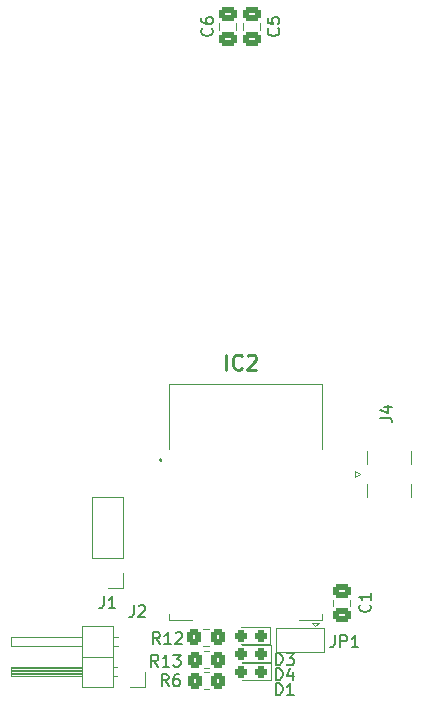
<source format=gto>
G04 #@! TF.GenerationSoftware,KiCad,Pcbnew,6.0.10*
G04 #@! TF.CreationDate,2023-06-20T13:54:13-05:00*
G04 #@! TF.ProjectId,sensor_sigfox_1,73656e73-6f72-45f7-9369-67666f785f31,rev?*
G04 #@! TF.SameCoordinates,Original*
G04 #@! TF.FileFunction,Legend,Top*
G04 #@! TF.FilePolarity,Positive*
%FSLAX46Y46*%
G04 Gerber Fmt 4.6, Leading zero omitted, Abs format (unit mm)*
G04 Created by KiCad (PCBNEW 6.0.10) date 2023-06-20 13:54:13*
%MOMM*%
%LPD*%
G01*
G04 APERTURE LIST*
G04 Aperture macros list*
%AMRoundRect*
0 Rectangle with rounded corners*
0 $1 Rounding radius*
0 $2 $3 $4 $5 $6 $7 $8 $9 X,Y pos of 4 corners*
0 Add a 4 corners polygon primitive as box body*
4,1,4,$2,$3,$4,$5,$6,$7,$8,$9,$2,$3,0*
0 Add four circle primitives for the rounded corners*
1,1,$1+$1,$2,$3*
1,1,$1+$1,$4,$5*
1,1,$1+$1,$6,$7*
1,1,$1+$1,$8,$9*
0 Add four rect primitives between the rounded corners*
20,1,$1+$1,$2,$3,$4,$5,0*
20,1,$1+$1,$4,$5,$6,$7,0*
20,1,$1+$1,$6,$7,$8,$9,0*
20,1,$1+$1,$8,$9,$2,$3,0*%
G04 Aperture macros list end*
%ADD10C,0.150000*%
%ADD11C,0.254000*%
%ADD12C,0.120000*%
%ADD13C,0.100000*%
%ADD14C,0.200000*%
%ADD15RoundRect,0.250000X-0.350000X-0.450000X0.350000X-0.450000X0.350000X0.450000X-0.350000X0.450000X0*%
%ADD16R,1.700000X1.700000*%
%ADD17O,1.700000X1.700000*%
%ADD18R,1.000000X1.500000*%
%ADD19RoundRect,0.250000X0.475000X-0.337500X0.475000X0.337500X-0.475000X0.337500X-0.475000X-0.337500X0*%
%ADD20R,1.000000X0.700000*%
%ADD21R,0.700000X1.000000*%
%ADD22RoundRect,0.237500X0.287500X0.237500X-0.287500X0.237500X-0.287500X-0.237500X0.287500X-0.237500X0*%
%ADD23R,3.600000X1.270000*%
%ADD24R,4.200000X1.350000*%
G04 APERTURE END LIST*
D10*
X119848142Y-93289380D02*
X119514809Y-92813190D01*
X119276714Y-93289380D02*
X119276714Y-92289380D01*
X119657666Y-92289380D01*
X119752904Y-92337000D01*
X119800523Y-92384619D01*
X119848142Y-92479857D01*
X119848142Y-92622714D01*
X119800523Y-92717952D01*
X119752904Y-92765571D01*
X119657666Y-92813190D01*
X119276714Y-92813190D01*
X120800523Y-93289380D02*
X120229095Y-93289380D01*
X120514809Y-93289380D02*
X120514809Y-92289380D01*
X120419571Y-92432238D01*
X120324333Y-92527476D01*
X120229095Y-92575095D01*
X121133857Y-92289380D02*
X121752904Y-92289380D01*
X121419571Y-92670333D01*
X121562428Y-92670333D01*
X121657666Y-92717952D01*
X121705285Y-92765571D01*
X121752904Y-92860809D01*
X121752904Y-93098904D01*
X121705285Y-93194142D01*
X121657666Y-93241761D01*
X121562428Y-93289380D01*
X121276714Y-93289380D01*
X121181476Y-93241761D01*
X121133857Y-93194142D01*
X115236666Y-87336380D02*
X115236666Y-88050666D01*
X115189047Y-88193523D01*
X115093809Y-88288761D01*
X114950952Y-88336380D01*
X114855714Y-88336380D01*
X116236666Y-88336380D02*
X115665238Y-88336380D01*
X115950952Y-88336380D02*
X115950952Y-87336380D01*
X115855714Y-87479238D01*
X115760476Y-87574476D01*
X115665238Y-87622095D01*
X117776666Y-88098380D02*
X117776666Y-88812666D01*
X117729047Y-88955523D01*
X117633809Y-89050761D01*
X117490952Y-89098380D01*
X117395714Y-89098380D01*
X118205238Y-88193619D02*
X118252857Y-88146000D01*
X118348095Y-88098380D01*
X118586190Y-88098380D01*
X118681428Y-88146000D01*
X118729047Y-88193619D01*
X118776666Y-88288857D01*
X118776666Y-88384095D01*
X118729047Y-88526952D01*
X118157619Y-89098380D01*
X118776666Y-89098380D01*
X134802666Y-90638380D02*
X134802666Y-91352666D01*
X134755047Y-91495523D01*
X134659809Y-91590761D01*
X134516952Y-91638380D01*
X134421714Y-91638380D01*
X135278857Y-91638380D02*
X135278857Y-90638380D01*
X135659809Y-90638380D01*
X135755047Y-90686000D01*
X135802666Y-90733619D01*
X135850285Y-90828857D01*
X135850285Y-90971714D01*
X135802666Y-91066952D01*
X135755047Y-91114571D01*
X135659809Y-91162190D01*
X135278857Y-91162190D01*
X136802666Y-91638380D02*
X136231238Y-91638380D01*
X136516952Y-91638380D02*
X136516952Y-90638380D01*
X136421714Y-90781238D01*
X136326476Y-90876476D01*
X136231238Y-90924095D01*
X124407142Y-39261166D02*
X124454761Y-39308785D01*
X124502380Y-39451642D01*
X124502380Y-39546880D01*
X124454761Y-39689738D01*
X124359523Y-39784976D01*
X124264285Y-39832595D01*
X124073809Y-39880214D01*
X123930952Y-39880214D01*
X123740476Y-39832595D01*
X123645238Y-39784976D01*
X123550000Y-39689738D01*
X123502380Y-39546880D01*
X123502380Y-39451642D01*
X123550000Y-39308785D01*
X123597619Y-39261166D01*
X123502380Y-38404023D02*
X123502380Y-38594500D01*
X123550000Y-38689738D01*
X123597619Y-38737357D01*
X123740476Y-38832595D01*
X123930952Y-38880214D01*
X124311904Y-38880214D01*
X124407142Y-38832595D01*
X124454761Y-38784976D01*
X124502380Y-38689738D01*
X124502380Y-38499261D01*
X124454761Y-38404023D01*
X124407142Y-38356404D01*
X124311904Y-38308785D01*
X124073809Y-38308785D01*
X123978571Y-38356404D01*
X123930952Y-38404023D01*
X123883333Y-38499261D01*
X123883333Y-38689738D01*
X123930952Y-38784976D01*
X123978571Y-38832595D01*
X124073809Y-38880214D01*
X130024142Y-39261166D02*
X130071761Y-39308785D01*
X130119380Y-39451642D01*
X130119380Y-39546880D01*
X130071761Y-39689738D01*
X129976523Y-39784976D01*
X129881285Y-39832595D01*
X129690809Y-39880214D01*
X129547952Y-39880214D01*
X129357476Y-39832595D01*
X129262238Y-39784976D01*
X129167000Y-39689738D01*
X129119380Y-39546880D01*
X129119380Y-39451642D01*
X129167000Y-39308785D01*
X129214619Y-39261166D01*
X129119380Y-38356404D02*
X129119380Y-38832595D01*
X129595571Y-38880214D01*
X129547952Y-38832595D01*
X129500333Y-38737357D01*
X129500333Y-38499261D01*
X129547952Y-38404023D01*
X129595571Y-38356404D01*
X129690809Y-38308785D01*
X129928904Y-38308785D01*
X130024142Y-38356404D01*
X130071761Y-38404023D01*
X130119380Y-38499261D01*
X130119380Y-38737357D01*
X130071761Y-38832595D01*
X130024142Y-38880214D01*
D11*
X125614238Y-68138523D02*
X125614238Y-66868523D01*
X126944714Y-68017571D02*
X126884238Y-68078047D01*
X126702809Y-68138523D01*
X126581857Y-68138523D01*
X126400428Y-68078047D01*
X126279476Y-67957095D01*
X126219000Y-67836142D01*
X126158523Y-67594238D01*
X126158523Y-67412809D01*
X126219000Y-67170904D01*
X126279476Y-67049952D01*
X126400428Y-66929000D01*
X126581857Y-66868523D01*
X126702809Y-66868523D01*
X126884238Y-66929000D01*
X126944714Y-66989476D01*
X127428523Y-66989476D02*
X127489000Y-66929000D01*
X127609952Y-66868523D01*
X127912333Y-66868523D01*
X128033285Y-66929000D01*
X128093761Y-66989476D01*
X128154238Y-67110428D01*
X128154238Y-67231380D01*
X128093761Y-67412809D01*
X127368047Y-68138523D01*
X128154238Y-68138523D01*
D10*
X137771142Y-88050666D02*
X137818761Y-88098285D01*
X137866380Y-88241142D01*
X137866380Y-88336380D01*
X137818761Y-88479238D01*
X137723523Y-88574476D01*
X137628285Y-88622095D01*
X137437809Y-88669714D01*
X137294952Y-88669714D01*
X137104476Y-88622095D01*
X137009238Y-88574476D01*
X136914000Y-88479238D01*
X136866380Y-88336380D01*
X136866380Y-88241142D01*
X136914000Y-88098285D01*
X136961619Y-88050666D01*
X137866380Y-87098285D02*
X137866380Y-87669714D01*
X137866380Y-87384000D02*
X136866380Y-87384000D01*
X137009238Y-87479238D01*
X137104476Y-87574476D01*
X137152095Y-87669714D01*
X129817904Y-95702380D02*
X129817904Y-94702380D01*
X130056000Y-94702380D01*
X130198857Y-94750000D01*
X130294095Y-94845238D01*
X130341714Y-94940476D01*
X130389333Y-95130952D01*
X130389333Y-95273809D01*
X130341714Y-95464285D01*
X130294095Y-95559523D01*
X130198857Y-95654761D01*
X130056000Y-95702380D01*
X129817904Y-95702380D01*
X131341714Y-95702380D02*
X130770285Y-95702380D01*
X131056000Y-95702380D02*
X131056000Y-94702380D01*
X130960761Y-94845238D01*
X130865523Y-94940476D01*
X130770285Y-94988095D01*
X120007142Y-91384380D02*
X119673809Y-90908190D01*
X119435714Y-91384380D02*
X119435714Y-90384380D01*
X119816666Y-90384380D01*
X119911904Y-90432000D01*
X119959523Y-90479619D01*
X120007142Y-90574857D01*
X120007142Y-90717714D01*
X119959523Y-90812952D01*
X119911904Y-90860571D01*
X119816666Y-90908190D01*
X119435714Y-90908190D01*
X120959523Y-91384380D02*
X120388095Y-91384380D01*
X120673809Y-91384380D02*
X120673809Y-90384380D01*
X120578571Y-90527238D01*
X120483333Y-90622476D01*
X120388095Y-90670095D01*
X121340476Y-90479619D02*
X121388095Y-90432000D01*
X121483333Y-90384380D01*
X121721428Y-90384380D01*
X121816666Y-90432000D01*
X121864285Y-90479619D01*
X121911904Y-90574857D01*
X121911904Y-90670095D01*
X121864285Y-90812952D01*
X121292857Y-91384380D01*
X121911904Y-91384380D01*
X138644380Y-72215333D02*
X139358666Y-72215333D01*
X139501523Y-72262952D01*
X139596761Y-72358190D01*
X139644380Y-72501047D01*
X139644380Y-72596285D01*
X138977714Y-71310571D02*
X139644380Y-71310571D01*
X138596761Y-71548666D02*
X139311047Y-71786761D01*
X139311047Y-71167714D01*
X129817904Y-93162380D02*
X129817904Y-92162380D01*
X130056000Y-92162380D01*
X130198857Y-92210000D01*
X130294095Y-92305238D01*
X130341714Y-92400476D01*
X130389333Y-92590952D01*
X130389333Y-92733809D01*
X130341714Y-92924285D01*
X130294095Y-93019523D01*
X130198857Y-93114761D01*
X130056000Y-93162380D01*
X129817904Y-93162380D01*
X130722666Y-92162380D02*
X131341714Y-92162380D01*
X131008380Y-92543333D01*
X131151238Y-92543333D01*
X131246476Y-92590952D01*
X131294095Y-92638571D01*
X131341714Y-92733809D01*
X131341714Y-92971904D01*
X131294095Y-93067142D01*
X131246476Y-93114761D01*
X131151238Y-93162380D01*
X130865523Y-93162380D01*
X130770285Y-93114761D01*
X130722666Y-93067142D01*
X120737333Y-94940380D02*
X120404000Y-94464190D01*
X120165904Y-94940380D02*
X120165904Y-93940380D01*
X120546857Y-93940380D01*
X120642095Y-93988000D01*
X120689714Y-94035619D01*
X120737333Y-94130857D01*
X120737333Y-94273714D01*
X120689714Y-94368952D01*
X120642095Y-94416571D01*
X120546857Y-94464190D01*
X120165904Y-94464190D01*
X121594476Y-93940380D02*
X121404000Y-93940380D01*
X121308761Y-93988000D01*
X121261142Y-94035619D01*
X121165904Y-94178476D01*
X121118285Y-94368952D01*
X121118285Y-94749904D01*
X121165904Y-94845142D01*
X121213523Y-94892761D01*
X121308761Y-94940380D01*
X121499238Y-94940380D01*
X121594476Y-94892761D01*
X121642095Y-94845142D01*
X121689714Y-94749904D01*
X121689714Y-94511809D01*
X121642095Y-94416571D01*
X121594476Y-94368952D01*
X121499238Y-94321333D01*
X121308761Y-94321333D01*
X121213523Y-94368952D01*
X121165904Y-94416571D01*
X121118285Y-94511809D01*
X129817904Y-94432380D02*
X129817904Y-93432380D01*
X130056000Y-93432380D01*
X130198857Y-93480000D01*
X130294095Y-93575238D01*
X130341714Y-93670476D01*
X130389333Y-93860952D01*
X130389333Y-94003809D01*
X130341714Y-94194285D01*
X130294095Y-94289523D01*
X130198857Y-94384761D01*
X130056000Y-94432380D01*
X129817904Y-94432380D01*
X131246476Y-93765714D02*
X131246476Y-94432380D01*
X131008380Y-93384761D02*
X130770285Y-94099047D01*
X131389333Y-94099047D01*
D12*
X123708936Y-91975000D02*
X124163064Y-91975000D01*
X123708936Y-93445000D02*
X124163064Y-93445000D01*
X116900000Y-78934000D02*
X114240000Y-78934000D01*
X116900000Y-84074000D02*
X116900000Y-78934000D01*
X116900000Y-86674000D02*
X115570000Y-86674000D01*
X116900000Y-85344000D02*
X116900000Y-86674000D01*
X114240000Y-84074000D02*
X114240000Y-78934000D01*
X116900000Y-84074000D02*
X114240000Y-84074000D01*
X116035000Y-95056000D02*
X116035000Y-89856000D01*
X113375000Y-89856000D02*
X113375000Y-95056000D01*
X107375000Y-91566000D02*
X107375000Y-90806000D01*
X118745000Y-94996000D02*
X117475000Y-94996000D01*
X116365000Y-93346000D02*
X116035000Y-93346000D01*
X116432071Y-91566000D02*
X116035000Y-91566000D01*
X107375000Y-93346000D02*
X113375000Y-93346000D01*
X113375000Y-93926000D02*
X107375000Y-93926000D01*
X113375000Y-93806000D02*
X107375000Y-93806000D01*
X113375000Y-91566000D02*
X107375000Y-91566000D01*
X113375000Y-93566000D02*
X107375000Y-93566000D01*
X107375000Y-90806000D02*
X113375000Y-90806000D01*
X113375000Y-94046000D02*
X107375000Y-94046000D01*
X113375000Y-95056000D02*
X116035000Y-95056000D01*
X107375000Y-94106000D02*
X107375000Y-93346000D01*
X113375000Y-93686000D02*
X107375000Y-93686000D01*
X116365000Y-94106000D02*
X116035000Y-94106000D01*
X118745000Y-93726000D02*
X118745000Y-94996000D01*
X116035000Y-92456000D02*
X113375000Y-92456000D01*
X113375000Y-93446000D02*
X107375000Y-93446000D01*
X116035000Y-89856000D02*
X113375000Y-89856000D01*
X116432071Y-90806000D02*
X116035000Y-90806000D01*
X113375000Y-94106000D02*
X107375000Y-94106000D01*
X133156000Y-89859000D02*
X132856000Y-89559000D01*
X133156000Y-89859000D02*
X133456000Y-89559000D01*
X129806000Y-92059000D02*
X129806000Y-90059000D01*
X129806000Y-90059000D02*
X133906000Y-90059000D01*
X133906000Y-90059000D02*
X133906000Y-92059000D01*
X133456000Y-89559000D02*
X132856000Y-89559000D01*
X133906000Y-92059000D02*
X129806000Y-92059000D01*
X126465000Y-39355752D02*
X126465000Y-38833248D01*
X124995000Y-39355752D02*
X124995000Y-38833248D01*
X127027000Y-39355752D02*
X127027000Y-38833248D01*
X128497000Y-39355752D02*
X128497000Y-38833248D01*
D13*
X120754000Y-74875000D02*
X120754000Y-69375000D01*
D14*
X120054000Y-75675000D02*
X120054000Y-75675000D01*
D13*
X120754000Y-89375000D02*
X120754000Y-88875000D01*
X133754000Y-89375000D02*
X133754000Y-88875000D01*
X122754000Y-89375000D02*
X120754000Y-89375000D01*
X133754000Y-69375000D02*
X133754000Y-74875000D01*
D14*
X120054000Y-75875000D02*
X120054000Y-75875000D01*
D13*
X131754000Y-89375000D02*
X133754000Y-89375000D01*
X120754000Y-69375000D02*
X133754000Y-69375000D01*
D14*
X120054000Y-75875000D02*
G75*
G03*
X120054000Y-75675000I0J100000D01*
G01*
X120054000Y-75675000D02*
G75*
G03*
X120054000Y-75875000I0J-100000D01*
G01*
D12*
X134647000Y-88145252D02*
X134647000Y-87622748D01*
X136117000Y-88145252D02*
X136117000Y-87622748D01*
X129376000Y-94461000D02*
X129376000Y-92991000D01*
X129376000Y-92991000D02*
X126916000Y-92991000D01*
X126916000Y-94461000D02*
X129376000Y-94461000D01*
X123692936Y-90070000D02*
X124147064Y-90070000D01*
X123692936Y-91540000D02*
X124147064Y-91540000D01*
X137536000Y-76122000D02*
X137536000Y-75012000D01*
X141246000Y-76122000D02*
X141246000Y-75012000D01*
X137536000Y-78912000D02*
X137536000Y-77802000D01*
X136486000Y-77212000D02*
X136986000Y-76962000D01*
X136986000Y-76962000D02*
X136486000Y-76712000D01*
X136486000Y-76712000D02*
X136486000Y-77212000D01*
X141246000Y-78912000D02*
X141246000Y-77802000D01*
X126902000Y-91413000D02*
X129362000Y-91413000D01*
X129362000Y-91413000D02*
X129362000Y-89943000D01*
X129362000Y-89943000D02*
X126902000Y-89943000D01*
X123708936Y-95223000D02*
X124163064Y-95223000D01*
X123708936Y-93753000D02*
X124163064Y-93753000D01*
X129376000Y-92937000D02*
X129376000Y-91467000D01*
X126916000Y-92937000D02*
X129376000Y-92937000D01*
X129376000Y-91467000D02*
X126916000Y-91467000D01*
%LPC*%
D15*
X122936000Y-92710000D03*
X124936000Y-92710000D03*
D16*
X115570000Y-85344000D03*
D17*
X115570000Y-82804000D03*
X115570000Y-80264000D03*
D16*
X117475000Y-93726000D03*
D17*
X117475000Y-91186000D03*
D18*
X133156000Y-91059000D03*
X131856000Y-91059000D03*
X130556000Y-91059000D03*
D19*
X125730000Y-40132000D03*
X125730000Y-38057000D03*
X127762000Y-40132000D03*
X127762000Y-38057000D03*
D20*
X121394000Y-75825000D03*
X121394000Y-76925000D03*
X121394000Y-78025000D03*
X121394000Y-79125000D03*
X121394000Y-80225000D03*
X121394000Y-81325000D03*
X121394000Y-82425000D03*
X121394000Y-83525000D03*
X121394000Y-84625000D03*
X121394000Y-85725000D03*
X121394000Y-86825000D03*
X121394000Y-87925000D03*
D21*
X123954000Y-88735000D03*
X125054000Y-88735000D03*
X126154000Y-88735000D03*
X127254000Y-88735000D03*
X128354000Y-88735000D03*
X129454000Y-88735000D03*
X130554000Y-88735000D03*
D20*
X133114000Y-87925000D03*
X133114000Y-86825000D03*
X133114000Y-85725000D03*
X133114000Y-84625000D03*
X133114000Y-83525000D03*
X133114000Y-82425000D03*
X133114000Y-81325000D03*
X133114000Y-80225000D03*
X133114000Y-79125000D03*
X133114000Y-78025000D03*
X133114000Y-76925000D03*
X133114000Y-75825000D03*
D19*
X135382000Y-88921500D03*
X135382000Y-86846500D03*
D22*
X128591000Y-93726000D03*
X126841000Y-93726000D03*
D15*
X122920000Y-90805000D03*
X124920000Y-90805000D03*
D23*
X139446000Y-76962000D03*
D24*
X139246000Y-74137000D03*
X139246000Y-79787000D03*
D22*
X128577000Y-90678000D03*
X126827000Y-90678000D03*
D15*
X122936000Y-94488000D03*
X124936000Y-94488000D03*
D22*
X128591000Y-92202000D03*
X126841000Y-92202000D03*
M02*

</source>
